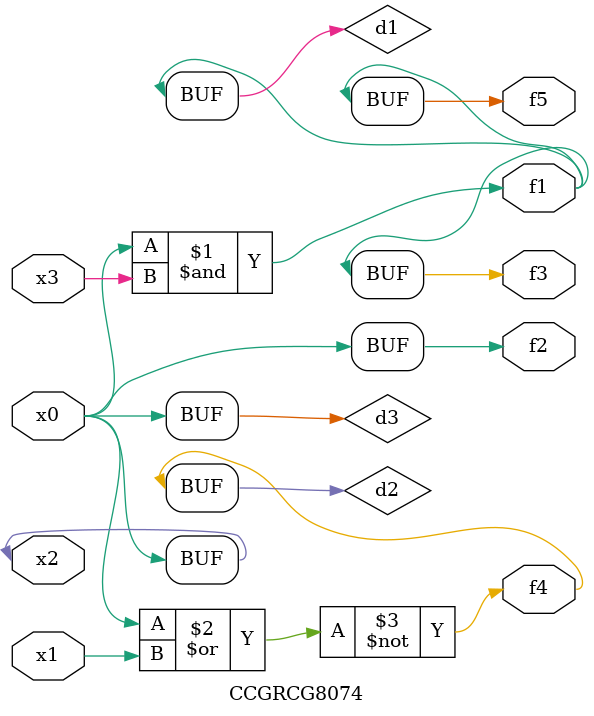
<source format=v>
module CCGRCG8074(
	input x0, x1, x2, x3,
	output f1, f2, f3, f4, f5
);

	wire d1, d2, d3;

	and (d1, x2, x3);
	nor (d2, x0, x1);
	buf (d3, x0, x2);
	assign f1 = d1;
	assign f2 = d3;
	assign f3 = d1;
	assign f4 = d2;
	assign f5 = d1;
endmodule

</source>
